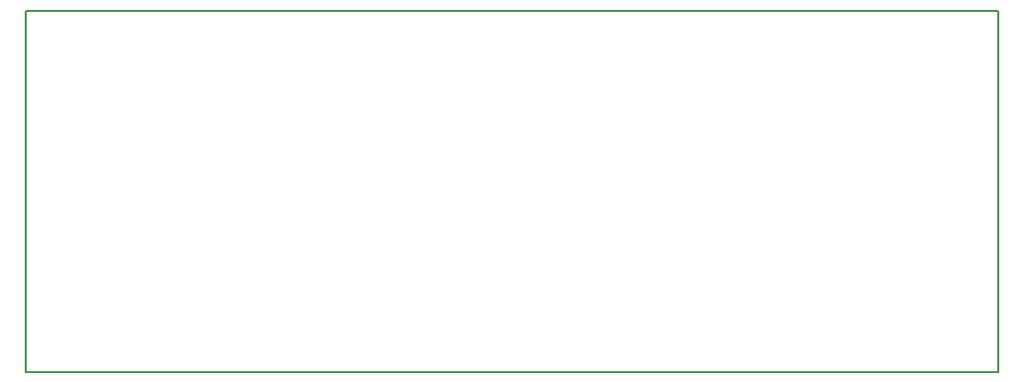
<source format=gbr>
%TF.GenerationSoftware,KiCad,Pcbnew,(6.0.4)*%
%TF.CreationDate,2022-04-29T21:33:46+01:00*%
%TF.ProjectId,environment_sensor,656e7669-726f-46e6-9d65-6e745f73656e,v0.1*%
%TF.SameCoordinates,Original*%
%TF.FileFunction,Profile,NP*%
%FSLAX46Y46*%
G04 Gerber Fmt 4.6, Leading zero omitted, Abs format (unit mm)*
G04 Created by KiCad (PCBNEW (6.0.4)) date 2022-04-29 21:33:46*
%MOMM*%
%LPD*%
G01*
G04 APERTURE LIST*
%TA.AperFunction,Profile*%
%ADD10C,0.200000*%
%TD*%
G04 APERTURE END LIST*
D10*
X122550000Y-79800000D02*
X205740000Y-79800000D01*
X205740000Y-79800000D02*
X205740000Y-110700000D01*
X205740000Y-110700000D02*
X122550000Y-110700000D01*
X122550000Y-110700000D02*
X122550000Y-79800000D01*
M02*

</source>
